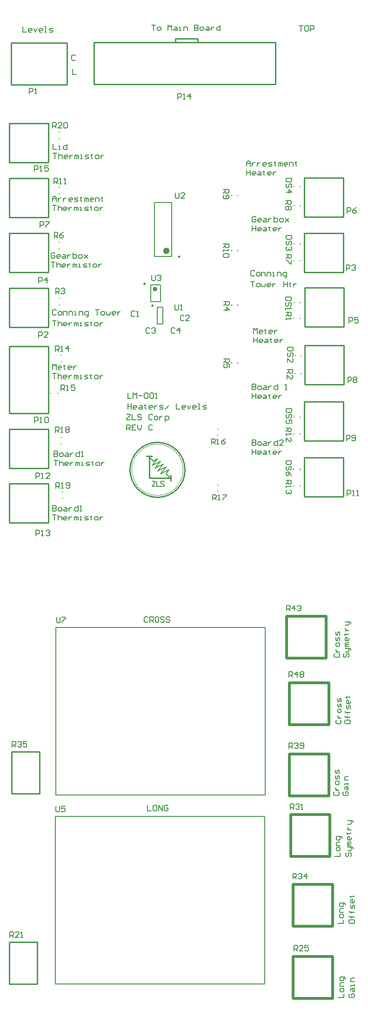
<source format=gbr>
G04 Layer_Color=65535*
%FSLAX26Y26*%
%MOIN*%
%TF.FileFunction,Legend,Top*%
%TF.Part,Single*%
G01*
G75*
%TA.AperFunction,NonConductor*%
%ADD49C,0.007874*%
%ADD50C,0.009842*%
%ADD51C,0.023622*%
%ADD70C,0.003937*%
%ADD71C,0.010000*%
%ADD72C,0.015748*%
%ADD73C,0.005000*%
%ADD74C,0.020000*%
D49*
X1273009Y5370337D02*
Y5756164D01*
X1147025Y5370337D02*
Y5756164D01*
Y5370337D02*
X1273009D01*
X1147025Y5756164D02*
X1273009D01*
X1602534Y4133056D02*
X1606472D01*
X1602534Y4089748D02*
X1606472D01*
X2147578Y4099774D02*
Y4103712D01*
X2190884Y4099774D02*
Y4103712D01*
X2147363Y5868032D02*
Y5871970D01*
X2192637Y5868032D02*
Y5871970D01*
X1602536Y3733056D02*
X1606474D01*
X1602536Y3689750D02*
X1606474D01*
X1746002Y4607646D02*
Y4611584D01*
X1702696Y4607646D02*
Y4611584D01*
X1746004Y5021032D02*
Y5024970D01*
X1702696Y5021032D02*
Y5024970D01*
X1746002Y5410798D02*
Y5414736D01*
X1702694Y5410798D02*
Y5414736D01*
X2147576Y3725760D02*
Y3729696D01*
X2190884Y3725760D02*
Y3729696D01*
X2147363Y4218032D02*
Y4221968D01*
X2192639Y4218032D02*
Y4221968D01*
X1168050Y5005364D02*
X1207420D01*
X1168050Y4887254D02*
X1207420D01*
X1168050D02*
Y5005364D01*
X1207420Y4887254D02*
Y5005364D01*
X1120806Y5047686D02*
X1191672D01*
X1120806Y5167766D02*
X1191672D01*
Y5047686D02*
Y5167766D01*
X1120806Y5047686D02*
Y5167766D01*
X2147577Y5733633D02*
Y5737571D01*
X2190883Y5733633D02*
Y5737571D01*
X2147576Y5339930D02*
Y5343868D01*
X2190884Y5339930D02*
Y5343868D01*
X2155448Y4528908D02*
Y4532844D01*
X2198756Y4528908D02*
Y4532844D01*
X2147576Y4926544D02*
Y4930480D01*
X2190884Y4926544D02*
Y4930480D01*
X2146592Y3843870D02*
Y3847808D01*
X2191868Y3843870D02*
Y3847808D01*
X2147363Y5458032D02*
Y5461968D01*
X2192639Y5458032D02*
Y5461968D01*
X2157363Y4658031D02*
Y4661969D01*
X2202637Y4658031D02*
Y4661969D01*
X2147363Y5038031D02*
Y5041967D01*
X2192639Y5038031D02*
Y5041967D01*
X1746002Y5804498D02*
Y5808436D01*
X1702694Y5804498D02*
Y5808436D01*
X443246Y2113554D02*
Y2188554D01*
Y2038554D02*
Y2113554D01*
Y1513554D02*
Y2038554D01*
Y2188554D02*
Y2713554D01*
X1943246D01*
Y1513554D02*
Y2713554D01*
X443246Y1513554D02*
X1943246D01*
X438324Y760208D02*
Y835208D01*
Y685208D02*
Y760208D01*
Y160208D02*
Y685208D01*
Y835208D02*
Y1360208D01*
X1938324D01*
Y160208D02*
Y1360208D01*
X438324Y160208D02*
X1938324D01*
X464505Y6261190D02*
X468443D01*
X464505Y6213946D02*
X468443D01*
X464505Y5820245D02*
X468441D01*
X464505Y5867489D02*
X468441D01*
X464506Y5426546D02*
X468442D01*
X464506Y5473790D02*
X468442D01*
X464506Y5023004D02*
X468442D01*
X464506Y5070248D02*
X468442D01*
X478031Y4616379D02*
X481967D01*
X478031Y4663623D02*
X481967D01*
X406379Y4388031D02*
Y4391967D01*
X453623Y4388031D02*
Y4391967D01*
X488031Y3636377D02*
X491967D01*
X488031Y3683621D02*
X491967D01*
X478031Y4026379D02*
X481967D01*
X478031Y4073623D02*
X481967D01*
X2462027Y594276D02*
X2501384D01*
Y620514D01*
Y640193D02*
Y653312D01*
X2494825Y659871D01*
X2481706D01*
X2475146Y653312D01*
Y640193D01*
X2481706Y633633D01*
X2494825D01*
X2501384Y640193D01*
Y672990D02*
X2475146D01*
Y692669D01*
X2481706Y699229D01*
X2501384D01*
X2514503Y725467D02*
Y732027D01*
X2507944Y738586D01*
X2475146D01*
Y718907D01*
X2481706Y712348D01*
X2494825D01*
X2501384Y718907D01*
Y738586D01*
X2541273Y613954D02*
Y600835D01*
X2547832Y594276D01*
X2574070D01*
X2580630Y600835D01*
Y613954D01*
X2574070Y620514D01*
X2547832D01*
X2541273Y613954D01*
X2580630Y640193D02*
X2547832D01*
X2560951D01*
Y633633D01*
Y646752D01*
Y640193D01*
X2547832D01*
X2541273Y646752D01*
X2580630Y672990D02*
X2547832D01*
X2560951D01*
Y666431D01*
Y679550D01*
Y672990D01*
X2547832D01*
X2541273Y679550D01*
X2580630Y699229D02*
Y718907D01*
X2574070Y725467D01*
X2567511Y718907D01*
Y705788D01*
X2560951Y699229D01*
X2554392Y705788D01*
Y725467D01*
X2580630Y758265D02*
Y745146D01*
X2574070Y738586D01*
X2560951D01*
X2554392Y745146D01*
Y758265D01*
X2560951Y764824D01*
X2567511D01*
Y738586D01*
X2547832Y784503D02*
X2554392D01*
Y777943D01*
Y791062D01*
Y784503D01*
X2574070D01*
X2580630Y791062D01*
X2464027Y64276D02*
X2503384D01*
Y90514D01*
Y110193D02*
Y123312D01*
X2496825Y129871D01*
X2483706D01*
X2477146Y123312D01*
Y110193D01*
X2483706Y103633D01*
X2496825D01*
X2503384Y110193D01*
Y142990D02*
X2477146D01*
Y162669D01*
X2483706Y169229D01*
X2503384D01*
X2516503Y195467D02*
Y202026D01*
X2509944Y208586D01*
X2477146D01*
Y188907D01*
X2483706Y182348D01*
X2496825D01*
X2503384Y188907D01*
Y208586D01*
X2549832Y90514D02*
X2543273Y83954D01*
Y70835D01*
X2549832Y64276D01*
X2576070D01*
X2582630Y70835D01*
Y83954D01*
X2576070Y90514D01*
X2562951D01*
Y77395D01*
X2556392Y110193D02*
Y123312D01*
X2562951Y129871D01*
X2582630D01*
Y110193D01*
X2576070Y103633D01*
X2569511Y110193D01*
Y129871D01*
X2582630Y142990D02*
Y156109D01*
Y149550D01*
X2556392D01*
Y142990D01*
X2582630Y175788D02*
X2556392D01*
Y195467D01*
X2562951Y202026D01*
X2582630D01*
X561378Y6712633D02*
Y6673276D01*
X587616D01*
X1864129Y5263168D02*
X1857570Y5269727D01*
X1844451D01*
X1837891Y5263168D01*
Y5236929D01*
X1844451Y5230370D01*
X1857570D01*
X1864129Y5236929D01*
X1883808Y5230370D02*
X1896927D01*
X1903487Y5236929D01*
Y5250048D01*
X1896927Y5256608D01*
X1883808D01*
X1877248Y5250048D01*
Y5236929D01*
X1883808Y5230370D01*
X1916606D02*
Y5256608D01*
X1936285D01*
X1942844Y5250048D01*
Y5230370D01*
X1955963D02*
Y5256608D01*
X1975642D01*
X1982201Y5250048D01*
Y5230370D01*
X1995321D02*
X2008440D01*
X2001880D01*
Y5256608D01*
X1995321D01*
X2028119Y5230370D02*
Y5256608D01*
X2047797D01*
X2054357Y5250048D01*
Y5230370D01*
X2080595Y5217251D02*
X2087155D01*
X2093714Y5223810D01*
Y5256608D01*
X2074035D01*
X2067476Y5250048D01*
Y5236929D01*
X2074035Y5230370D01*
X2093714D01*
X1837891Y5190482D02*
X1864129D01*
X1851010D01*
Y5151124D01*
X1883808D02*
X1896927D01*
X1903487Y5157684D01*
Y5170803D01*
X1896927Y5177362D01*
X1883808D01*
X1877248Y5170803D01*
Y5157684D01*
X1883808Y5151124D01*
X1916606Y5177362D02*
Y5157684D01*
X1923166Y5151124D01*
X1929725Y5157684D01*
X1936285Y5151124D01*
X1942844Y5157684D01*
Y5177362D01*
X1975642Y5151124D02*
X1962523D01*
X1955963Y5157684D01*
Y5170803D01*
X1962523Y5177362D01*
X1975642D01*
X1982201Y5170803D01*
Y5164243D01*
X1955963D01*
X1995321Y5177362D02*
Y5151124D01*
Y5164243D01*
X2001880Y5170803D01*
X2008440Y5177362D01*
X2014999D01*
X2074035Y5190482D02*
Y5151124D01*
Y5170803D01*
X2100274D01*
Y5190482D01*
Y5151124D01*
X2119952Y5183922D02*
Y5177362D01*
X2113393D01*
X2126512D01*
X2119952D01*
Y5157684D01*
X2126512Y5151124D01*
X2146191Y5177362D02*
Y5151124D01*
Y5164243D01*
X2152750Y5170803D01*
X2159310Y5177362D01*
X2165869D01*
X417891Y3586608D02*
Y3547251D01*
X437570D01*
X444129Y3553810D01*
Y3560370D01*
X437570Y3566929D01*
X417891D01*
X437570D01*
X444129Y3573489D01*
Y3580048D01*
X437570Y3586608D01*
X417891D01*
X463808Y3547251D02*
X476927D01*
X483487Y3553810D01*
Y3566929D01*
X476927Y3573489D01*
X463808D01*
X457248Y3566929D01*
Y3553810D01*
X463808Y3547251D01*
X503166Y3573489D02*
X516285D01*
X522844Y3566929D01*
Y3547251D01*
X503166D01*
X496606Y3553810D01*
X503166Y3560370D01*
X522844D01*
X535963Y3573489D02*
Y3547251D01*
Y3560370D01*
X542523Y3566929D01*
X549082Y3573489D01*
X555642D01*
X601559Y3586608D02*
Y3547251D01*
X581880D01*
X575321Y3553810D01*
Y3566929D01*
X581880Y3573489D01*
X601559D01*
X614678Y3547251D02*
X627797D01*
X621238D01*
Y3586608D01*
X614678Y3580048D01*
X417891Y3520482D02*
X444129D01*
X431010D01*
Y3481124D01*
X457248Y3520482D02*
Y3481124D01*
Y3500803D01*
X463808Y3507362D01*
X476927D01*
X483487Y3500803D01*
Y3481124D01*
X516285D02*
X503166D01*
X496606Y3487684D01*
Y3500803D01*
X503166Y3507362D01*
X516285D01*
X522844Y3500803D01*
Y3494243D01*
X496606D01*
X535963Y3507362D02*
Y3481124D01*
Y3494243D01*
X542523Y3500803D01*
X549082Y3507362D01*
X555642D01*
X575321Y3481124D02*
Y3507362D01*
X581880D01*
X588440Y3500803D01*
Y3481124D01*
Y3500803D01*
X594999Y3507362D01*
X601559Y3500803D01*
Y3481124D01*
X614678D02*
X627797D01*
X621238D01*
Y3507362D01*
X614678D01*
X647476Y3481124D02*
X667155D01*
X673714Y3487684D01*
X667155Y3494243D01*
X654035D01*
X647476Y3500803D01*
X654035Y3507362D01*
X673714D01*
X693393Y3513922D02*
Y3507362D01*
X686833D01*
X699952D01*
X693393D01*
Y3487684D01*
X699952Y3481124D01*
X726191D02*
X739310D01*
X745869Y3487684D01*
Y3500803D01*
X739310Y3507362D01*
X726191D01*
X719631Y3500803D01*
Y3487684D01*
X726191Y3481124D01*
X758989Y3507362D02*
Y3481124D01*
Y3494243D01*
X765548Y3500803D01*
X772108Y3507362D01*
X778667D01*
X1874129Y5650048D02*
X1867570Y5656608D01*
X1854451D01*
X1847891Y5650048D01*
Y5623810D01*
X1854451Y5617251D01*
X1867570D01*
X1874129Y5623810D01*
Y5636929D01*
X1861010D01*
X1906927Y5617251D02*
X1893808D01*
X1887248Y5623810D01*
Y5636929D01*
X1893808Y5643489D01*
X1906927D01*
X1913487Y5636929D01*
Y5630370D01*
X1887248D01*
X1933166Y5643489D02*
X1946285D01*
X1952844Y5636929D01*
Y5617251D01*
X1933166D01*
X1926606Y5623810D01*
X1933166Y5630370D01*
X1952844D01*
X1965963Y5643489D02*
Y5617251D01*
Y5630370D01*
X1972523Y5636929D01*
X1979082Y5643489D01*
X1985642D01*
X2005321Y5656608D02*
Y5617251D01*
X2024999D01*
X2031559Y5623810D01*
Y5630370D01*
Y5636929D01*
X2024999Y5643489D01*
X2005321D01*
X2051238Y5617251D02*
X2064357D01*
X2070916Y5623810D01*
Y5636929D01*
X2064357Y5643489D01*
X2051238D01*
X2044678Y5636929D01*
Y5623810D01*
X2051238Y5617251D01*
X2084035Y5643489D02*
X2110274Y5617251D01*
X2097155Y5630370D01*
X2110274Y5643489D01*
X2084035Y5617251D01*
X1847891Y5590482D02*
Y5551124D01*
Y5570803D01*
X1874129D01*
Y5590482D01*
Y5551124D01*
X1906927D02*
X1893808D01*
X1887248Y5557684D01*
Y5570803D01*
X1893808Y5577362D01*
X1906927D01*
X1913487Y5570803D01*
Y5564243D01*
X1887248D01*
X1933166Y5577362D02*
X1946285D01*
X1952844Y5570803D01*
Y5551124D01*
X1933166D01*
X1926606Y5557684D01*
X1933166Y5564243D01*
X1952844D01*
X1972523Y5583922D02*
Y5577362D01*
X1965963D01*
X1979082D01*
X1972523D01*
Y5557684D01*
X1979082Y5551124D01*
X2018440D02*
X2005321D01*
X1998761Y5557684D01*
Y5570803D01*
X2005321Y5577362D01*
X2018440D01*
X2024999Y5570803D01*
Y5564243D01*
X1998761D01*
X2038119Y5577362D02*
Y5551124D01*
Y5564243D01*
X2044678Y5570803D01*
X2051238Y5577362D01*
X2057797D01*
X581616Y6806073D02*
X575057Y6812633D01*
X561938D01*
X555378Y6806073D01*
Y6779835D01*
X561938Y6773276D01*
X575057D01*
X581616Y6779835D01*
X1857891Y4817251D02*
Y4856608D01*
X1871010Y4843489D01*
X1884129Y4856608D01*
Y4817251D01*
X1916927D02*
X1903808D01*
X1897248Y4823810D01*
Y4836929D01*
X1903808Y4843489D01*
X1916927D01*
X1923487Y4836929D01*
Y4830370D01*
X1897248D01*
X1943166Y4850048D02*
Y4843489D01*
X1936606D01*
X1949725D01*
X1943166D01*
Y4823810D01*
X1949725Y4817251D01*
X1989082D02*
X1975963D01*
X1969404Y4823810D01*
Y4836929D01*
X1975963Y4843489D01*
X1989082D01*
X1995642Y4836929D01*
Y4830370D01*
X1969404D01*
X2008761Y4843489D02*
Y4817251D01*
Y4830370D01*
X2015321Y4836929D01*
X2021880Y4843489D01*
X2028440D01*
X1857891Y4790482D02*
Y4751124D01*
Y4770803D01*
X1884129D01*
Y4790482D01*
Y4751124D01*
X1916927D02*
X1903808D01*
X1897248Y4757684D01*
Y4770803D01*
X1903808Y4777362D01*
X1916927D01*
X1923487Y4770803D01*
Y4764243D01*
X1897248D01*
X1943166Y4777362D02*
X1956285D01*
X1962844Y4770803D01*
Y4751124D01*
X1943166D01*
X1936606Y4757684D01*
X1943166Y4764243D01*
X1962844D01*
X1982523Y4783922D02*
Y4777362D01*
X1975963D01*
X1989082D01*
X1982523D01*
Y4757684D01*
X1989082Y4751124D01*
X2028440D02*
X2015321D01*
X2008761Y4757684D01*
Y4770803D01*
X2015321Y4777362D01*
X2028440D01*
X2034999Y4770803D01*
Y4764243D01*
X2008761D01*
X2048119Y4777362D02*
Y4751124D01*
Y4764243D01*
X2054678Y4770803D01*
X2061238Y4777362D01*
X2067797D01*
X422378Y6174760D02*
Y6135402D01*
X448616D01*
X461735D02*
X474854D01*
X468295D01*
Y6161640D01*
X461735D01*
X520771Y6174760D02*
Y6135402D01*
X501093D01*
X494533Y6141962D01*
Y6155081D01*
X501093Y6161640D01*
X520771D01*
X422378Y6108633D02*
X448616D01*
X435497D01*
Y6069276D01*
X461735Y6108633D02*
Y6069276D01*
Y6088954D01*
X468295Y6095514D01*
X481414D01*
X487974Y6088954D01*
Y6069276D01*
X520771D02*
X507652D01*
X501093Y6075835D01*
Y6088954D01*
X507652Y6095514D01*
X520771D01*
X527331Y6088954D01*
Y6082395D01*
X501093D01*
X540450Y6095514D02*
Y6069276D01*
Y6082395D01*
X547010Y6088954D01*
X553569Y6095514D01*
X560129D01*
X579808Y6069276D02*
Y6095514D01*
X586367D01*
X592927Y6088954D01*
Y6069276D01*
Y6088954D01*
X599486Y6095514D01*
X606046Y6088954D01*
Y6069276D01*
X619165D02*
X632284D01*
X625725D01*
Y6095514D01*
X619165D01*
X651963Y6069276D02*
X671641D01*
X678201Y6075835D01*
X671641Y6082395D01*
X658522D01*
X651963Y6088954D01*
X658522Y6095514D01*
X678201D01*
X697880Y6102073D02*
Y6095514D01*
X691320D01*
X704439D01*
X697880D01*
Y6075835D01*
X704439Y6069276D01*
X730678D02*
X743797D01*
X750356Y6075835D01*
Y6088954D01*
X743797Y6095514D01*
X730678D01*
X724118Y6088954D01*
Y6075835D01*
X730678Y6069276D01*
X763475Y6095514D02*
Y6069276D01*
Y6082395D01*
X770035Y6088954D01*
X776594Y6095514D01*
X783154D01*
X1847891Y4056608D02*
Y4017251D01*
X1867570D01*
X1874129Y4023810D01*
Y4030370D01*
X1867570Y4036929D01*
X1847891D01*
X1867570D01*
X1874129Y4043489D01*
Y4050048D01*
X1867570Y4056608D01*
X1847891D01*
X1893808Y4017251D02*
X1906927D01*
X1913487Y4023810D01*
Y4036929D01*
X1906927Y4043489D01*
X1893808D01*
X1887248Y4036929D01*
Y4023810D01*
X1893808Y4017251D01*
X1933166Y4043489D02*
X1946285D01*
X1952844Y4036929D01*
Y4017251D01*
X1933166D01*
X1926606Y4023810D01*
X1933166Y4030370D01*
X1952844D01*
X1965963Y4043489D02*
Y4017251D01*
Y4030370D01*
X1972523Y4036929D01*
X1979082Y4043489D01*
X1985642D01*
X2031559Y4056608D02*
Y4017251D01*
X2011880D01*
X2005321Y4023810D01*
Y4036929D01*
X2011880Y4043489D01*
X2031559D01*
X2070916Y4017251D02*
X2044678D01*
X2070916Y4043489D01*
Y4050048D01*
X2064357Y4056608D01*
X2051238D01*
X2044678Y4050048D01*
X1847891Y3990482D02*
Y3951124D01*
Y3970803D01*
X1874129D01*
Y3990482D01*
Y3951124D01*
X1906927D02*
X1893808D01*
X1887248Y3957684D01*
Y3970803D01*
X1893808Y3977362D01*
X1906927D01*
X1913487Y3970803D01*
Y3964243D01*
X1887248D01*
X1933166Y3977362D02*
X1946285D01*
X1952844Y3970803D01*
Y3951124D01*
X1933166D01*
X1926606Y3957684D01*
X1933166Y3964243D01*
X1952844D01*
X1972523Y3983922D02*
Y3977362D01*
X1965963D01*
X1979082D01*
X1972523D01*
Y3957684D01*
X1979082Y3951124D01*
X2018440D02*
X2005321D01*
X1998761Y3957684D01*
Y3970803D01*
X2005321Y3977362D01*
X2018440D01*
X2024999Y3970803D01*
Y3964243D01*
X1998761D01*
X2038119Y3977362D02*
Y3951124D01*
Y3964243D01*
X2044678Y3970803D01*
X2051238Y3977362D01*
X2057797D01*
X427891Y3976608D02*
Y3937251D01*
X447570D01*
X454129Y3943810D01*
Y3950370D01*
X447570Y3956929D01*
X427891D01*
X447570D01*
X454129Y3963489D01*
Y3970048D01*
X447570Y3976608D01*
X427891D01*
X473808Y3937251D02*
X486927D01*
X493487Y3943810D01*
Y3956929D01*
X486927Y3963489D01*
X473808D01*
X467248Y3956929D01*
Y3943810D01*
X473808Y3937251D01*
X513165Y3963489D02*
X526285D01*
X532844Y3956929D01*
Y3937251D01*
X513165D01*
X506606Y3943810D01*
X513165Y3950370D01*
X532844D01*
X545963Y3963489D02*
Y3937251D01*
Y3950370D01*
X552523Y3956929D01*
X559082Y3963489D01*
X565642D01*
X611559Y3976608D02*
Y3937251D01*
X591880D01*
X585321Y3943810D01*
Y3956929D01*
X591880Y3963489D01*
X611559D01*
X624678Y3937251D02*
X637797D01*
X631238D01*
Y3976608D01*
X624678Y3970048D01*
X427891Y3910482D02*
X454129D01*
X441010D01*
Y3871124D01*
X467248Y3910482D02*
Y3871124D01*
Y3890803D01*
X473808Y3897362D01*
X486927D01*
X493487Y3890803D01*
Y3871124D01*
X526285D02*
X513165D01*
X506606Y3877684D01*
Y3890803D01*
X513165Y3897362D01*
X526285D01*
X532844Y3890803D01*
Y3884243D01*
X506606D01*
X545963Y3897362D02*
Y3871124D01*
Y3884243D01*
X552523Y3890803D01*
X559082Y3897362D01*
X565642D01*
X585321Y3871124D02*
Y3897362D01*
X591880D01*
X598440Y3890803D01*
Y3871124D01*
Y3890803D01*
X604999Y3897362D01*
X611559Y3890803D01*
Y3871124D01*
X624678D02*
X637797D01*
X631238D01*
Y3897362D01*
X624678D01*
X657476Y3871124D02*
X677155D01*
X683714Y3877684D01*
X677155Y3884243D01*
X664035D01*
X657476Y3890803D01*
X664035Y3897362D01*
X683714D01*
X703393Y3903922D02*
Y3897362D01*
X696833D01*
X709952D01*
X703393D01*
Y3877684D01*
X709952Y3871124D01*
X736191D02*
X749310D01*
X755869Y3877684D01*
Y3890803D01*
X749310Y3897362D01*
X736191D01*
X729631Y3890803D01*
Y3877684D01*
X736191Y3871124D01*
X768989Y3897362D02*
Y3871124D01*
Y3884243D01*
X775548Y3890803D01*
X782108Y3897362D01*
X788667D01*
X1807891Y6017251D02*
Y6043489D01*
X1821010Y6056608D01*
X1834129Y6043489D01*
Y6017251D01*
Y6036929D01*
X1807891D01*
X1847248Y6043489D02*
Y6017251D01*
Y6030370D01*
X1853808Y6036929D01*
X1860368Y6043489D01*
X1866927D01*
X1886606D02*
Y6017251D01*
Y6030370D01*
X1893166Y6036929D01*
X1899725Y6043489D01*
X1906285D01*
X1945642Y6017251D02*
X1932523D01*
X1925963Y6023810D01*
Y6036929D01*
X1932523Y6043489D01*
X1945642D01*
X1952201Y6036929D01*
Y6030370D01*
X1925963D01*
X1965321Y6017251D02*
X1984999D01*
X1991559Y6023810D01*
X1984999Y6030370D01*
X1971880D01*
X1965321Y6036929D01*
X1971880Y6043489D01*
X1991559D01*
X2011238Y6050048D02*
Y6043489D01*
X2004678D01*
X2017797D01*
X2011238D01*
Y6023810D01*
X2017797Y6017251D01*
X2037476D02*
Y6043489D01*
X2044035D01*
X2050595Y6036929D01*
Y6017251D01*
Y6036929D01*
X2057155Y6043489D01*
X2063714Y6036929D01*
Y6017251D01*
X2096512D02*
X2083393D01*
X2076833Y6023810D01*
Y6036929D01*
X2083393Y6043489D01*
X2096512D01*
X2103072Y6036929D01*
Y6030370D01*
X2076833D01*
X2116191Y6017251D02*
Y6043489D01*
X2135869D01*
X2142429Y6036929D01*
Y6017251D01*
X2162108Y6050048D02*
Y6043489D01*
X2155548D01*
X2168667D01*
X2162108D01*
Y6023810D01*
X2168667Y6017251D01*
X1807891Y5990482D02*
Y5951124D01*
Y5970803D01*
X1834129D01*
Y5990482D01*
Y5951124D01*
X1866927D02*
X1853808D01*
X1847248Y5957684D01*
Y5970803D01*
X1853808Y5977362D01*
X1866927D01*
X1873487Y5970803D01*
Y5964243D01*
X1847248D01*
X1893166Y5977362D02*
X1906285D01*
X1912844Y5970803D01*
Y5951124D01*
X1893166D01*
X1886606Y5957684D01*
X1893166Y5964243D01*
X1912844D01*
X1932523Y5983922D02*
Y5977362D01*
X1925963D01*
X1939082D01*
X1932523D01*
Y5957684D01*
X1939082Y5951124D01*
X1978440D02*
X1965321D01*
X1958761Y5957684D01*
Y5970803D01*
X1965321Y5977362D01*
X1978440D01*
X1984999Y5970803D01*
Y5964243D01*
X1958761D01*
X1998119Y5977362D02*
Y5951124D01*
Y5964243D01*
X2004678Y5970803D01*
X2011238Y5977362D01*
X2017797D01*
X2442586Y2524514D02*
X2436027Y2517954D01*
Y2504835D01*
X2442586Y2498276D01*
X2468825D01*
X2475384Y2504835D01*
Y2517954D01*
X2468825Y2524514D01*
X2449146Y2537633D02*
X2475384D01*
X2462265D01*
X2455706Y2544193D01*
X2449146Y2550752D01*
Y2557312D01*
X2475384Y2583550D02*
Y2596669D01*
X2468825Y2603229D01*
X2455706D01*
X2449146Y2596669D01*
Y2583550D01*
X2455706Y2576990D01*
X2468825D01*
X2475384Y2583550D01*
Y2616348D02*
Y2636026D01*
X2468825Y2642586D01*
X2462265Y2636026D01*
Y2622907D01*
X2455706Y2616348D01*
X2449146Y2622907D01*
Y2642586D01*
X2475384Y2655705D02*
Y2675384D01*
X2468825Y2681943D01*
X2462265Y2675384D01*
Y2662265D01*
X2455706Y2655705D01*
X2449146Y2662265D01*
Y2681943D01*
X2508713Y2524514D02*
X2502153Y2517954D01*
Y2504835D01*
X2508713Y2498276D01*
X2515273D01*
X2521832Y2504835D01*
Y2517954D01*
X2528392Y2524514D01*
X2534951D01*
X2541511Y2517954D01*
Y2504835D01*
X2534951Y2498276D01*
X2515273Y2537633D02*
X2534951D01*
X2541511Y2544193D01*
Y2563871D01*
X2548070D01*
X2554630Y2557312D01*
Y2550752D01*
X2541511Y2563871D02*
X2515273D01*
X2541511Y2576990D02*
X2515273D01*
Y2583550D01*
X2521832Y2590110D01*
X2541511D01*
X2521832D01*
X2515273Y2596669D01*
X2521832Y2603229D01*
X2541511D01*
Y2636026D02*
Y2622907D01*
X2534951Y2616348D01*
X2521832D01*
X2515273Y2622907D01*
Y2636026D01*
X2521832Y2642586D01*
X2528392D01*
Y2616348D01*
X2508713Y2662265D02*
X2515273D01*
Y2655705D01*
Y2668824D01*
Y2662265D01*
X2534951D01*
X2541511Y2668824D01*
X2515273Y2688503D02*
X2541511D01*
X2528392D01*
X2521832Y2695063D01*
X2515273Y2701622D01*
Y2708182D01*
Y2727860D02*
X2534951D01*
X2541511Y2734420D01*
Y2754099D01*
X2548070D01*
X2554630Y2747539D01*
Y2740979D01*
X2541511Y2754099D02*
X2515273D01*
X2453706Y2049514D02*
X2447146Y2042954D01*
Y2029835D01*
X2453706Y2023276D01*
X2479944D01*
X2486503Y2029835D01*
Y2042954D01*
X2479944Y2049514D01*
X2460265Y2062633D02*
X2486503D01*
X2473384D01*
X2466825Y2069193D01*
X2460265Y2075752D01*
Y2082312D01*
X2486503Y2108550D02*
Y2121669D01*
X2479944Y2128229D01*
X2466825D01*
X2460265Y2121669D01*
Y2108550D01*
X2466825Y2101990D01*
X2479944D01*
X2486503Y2108550D01*
Y2141348D02*
Y2161026D01*
X2479944Y2167586D01*
X2473384Y2161026D01*
Y2147907D01*
X2466825Y2141348D01*
X2460265Y2147907D01*
Y2167586D01*
X2486503Y2180705D02*
Y2200384D01*
X2479944Y2206943D01*
X2473384Y2200384D01*
Y2187265D01*
X2466825Y2180705D01*
X2460265Y2187265D01*
Y2206943D01*
X2513273Y2042954D02*
Y2029835D01*
X2519832Y2023276D01*
X2546070D01*
X2552630Y2029835D01*
Y2042954D01*
X2546070Y2049514D01*
X2519832D01*
X2513273Y2042954D01*
X2552630Y2069193D02*
X2519832D01*
X2532951D01*
Y2062633D01*
Y2075752D01*
Y2069193D01*
X2519832D01*
X2513273Y2075752D01*
X2552630Y2101990D02*
X2519832D01*
X2532951D01*
Y2095431D01*
Y2108550D01*
Y2101990D01*
X2519832D01*
X2513273Y2108550D01*
X2552630Y2128229D02*
Y2147907D01*
X2546070Y2154467D01*
X2539511Y2147907D01*
Y2134788D01*
X2532951Y2128229D01*
X2526392Y2134788D01*
Y2154467D01*
X2552630Y2187265D02*
Y2174146D01*
X2546070Y2167586D01*
X2532951D01*
X2526392Y2174146D01*
Y2187265D01*
X2532951Y2193824D01*
X2539511D01*
Y2167586D01*
X2519832Y2213503D02*
X2526392D01*
Y2206943D01*
Y2220062D01*
Y2213503D01*
X2546070D01*
X2552630Y2220062D01*
X444129Y4983168D02*
X437570Y4989727D01*
X424451D01*
X417891Y4983168D01*
Y4956929D01*
X424451Y4950370D01*
X437570D01*
X444129Y4956929D01*
X463808Y4950370D02*
X476927D01*
X483487Y4956929D01*
Y4970048D01*
X476927Y4976608D01*
X463808D01*
X457248Y4970048D01*
Y4956929D01*
X463808Y4950370D01*
X496606D02*
Y4976608D01*
X516285D01*
X522844Y4970048D01*
Y4950370D01*
X535963D02*
Y4976608D01*
X555642D01*
X562202Y4970048D01*
Y4950370D01*
X575321D02*
X588440D01*
X581880D01*
Y4976608D01*
X575321D01*
X608119Y4950370D02*
Y4976608D01*
X627797D01*
X634357Y4970048D01*
Y4950370D01*
X660595Y4937251D02*
X667155D01*
X673714Y4943810D01*
Y4976608D01*
X654035D01*
X647476Y4970048D01*
Y4956929D01*
X654035Y4950370D01*
X673714D01*
X726191Y4989727D02*
X752429D01*
X739310D01*
Y4950370D01*
X772108D02*
X785227D01*
X791786Y4956929D01*
Y4970048D01*
X785227Y4976608D01*
X772108D01*
X765548Y4970048D01*
Y4956929D01*
X772108Y4950370D01*
X804905Y4976608D02*
Y4956929D01*
X811465Y4950370D01*
X818025Y4956929D01*
X824584Y4950370D01*
X831144Y4956929D01*
Y4976608D01*
X863942Y4950370D02*
X850822D01*
X844263Y4956929D01*
Y4970048D01*
X850822Y4976608D01*
X863942D01*
X870501Y4970048D01*
Y4963489D01*
X844263D01*
X883620Y4976608D02*
Y4950370D01*
Y4963489D01*
X890180Y4970048D01*
X896739Y4976608D01*
X903299D01*
X417891Y4910482D02*
X444129D01*
X431010D01*
Y4871124D01*
X457248Y4910482D02*
Y4871124D01*
Y4890803D01*
X463808Y4897362D01*
X476927D01*
X483487Y4890803D01*
Y4871124D01*
X516285D02*
X503166D01*
X496606Y4877684D01*
Y4890803D01*
X503166Y4897362D01*
X516285D01*
X522844Y4890803D01*
Y4884243D01*
X496606D01*
X535963Y4897362D02*
Y4871124D01*
Y4884243D01*
X542523Y4890803D01*
X549082Y4897362D01*
X555642D01*
X575321Y4871124D02*
Y4897362D01*
X581880D01*
X588440Y4890803D01*
Y4871124D01*
Y4890803D01*
X594999Y4897362D01*
X601559Y4890803D01*
Y4871124D01*
X614678D02*
X627797D01*
X621238D01*
Y4897362D01*
X614678D01*
X647476Y4871124D02*
X667155D01*
X673714Y4877684D01*
X667155Y4884243D01*
X654035D01*
X647476Y4890803D01*
X654035Y4897362D01*
X673714D01*
X693393Y4903922D02*
Y4897362D01*
X686833D01*
X699952D01*
X693393D01*
Y4877684D01*
X699952Y4871124D01*
X726191D02*
X739310D01*
X745869Y4877684D01*
Y4890803D01*
X739310Y4897362D01*
X726191D01*
X719631Y4890803D01*
Y4877684D01*
X726191Y4871124D01*
X758989Y4897362D02*
Y4871124D01*
Y4884243D01*
X765548Y4890803D01*
X772108Y4897362D01*
X778667D01*
X417874Y5764001D02*
Y5790239D01*
X430993Y5803358D01*
X444112Y5790239D01*
Y5764001D01*
Y5783679D01*
X417874D01*
X457231Y5790239D02*
Y5764001D01*
Y5777120D01*
X463791Y5783679D01*
X470351Y5790239D01*
X476910D01*
X496589D02*
Y5764001D01*
Y5777120D01*
X503148Y5783679D01*
X509708Y5790239D01*
X516268D01*
X555625Y5764001D02*
X542506D01*
X535946Y5770560D01*
Y5783679D01*
X542506Y5790239D01*
X555625D01*
X562184Y5783679D01*
Y5777120D01*
X535946D01*
X575304Y5764001D02*
X594982D01*
X601542Y5770560D01*
X594982Y5777120D01*
X581863D01*
X575304Y5783679D01*
X581863Y5790239D01*
X601542D01*
X621221Y5796798D02*
Y5790239D01*
X614661D01*
X627780D01*
X621221D01*
Y5770560D01*
X627780Y5764001D01*
X647459D02*
Y5790239D01*
X654018D01*
X660578Y5783679D01*
Y5764001D01*
Y5783679D01*
X667138Y5790239D01*
X673697Y5783679D01*
Y5764001D01*
X706495D02*
X693376D01*
X686816Y5770560D01*
Y5783679D01*
X693376Y5790239D01*
X706495D01*
X713054Y5783679D01*
Y5777120D01*
X686816D01*
X726174Y5764001D02*
Y5790239D01*
X745852D01*
X752412Y5783679D01*
Y5764001D01*
X772091Y5796798D02*
Y5790239D01*
X765531D01*
X778650D01*
X772091D01*
Y5770560D01*
X778650Y5764001D01*
X417874Y5737231D02*
X444112D01*
X430993D01*
Y5697874D01*
X457231Y5737231D02*
Y5697874D01*
Y5717553D01*
X463791Y5724112D01*
X476910D01*
X483470Y5717553D01*
Y5697874D01*
X516268D02*
X503148D01*
X496589Y5704434D01*
Y5717553D01*
X503148Y5724112D01*
X516268D01*
X522827Y5717553D01*
Y5710993D01*
X496589D01*
X535946Y5724112D02*
Y5697874D01*
Y5710993D01*
X542506Y5717553D01*
X549065Y5724112D01*
X555625D01*
X575304Y5697874D02*
Y5724112D01*
X581863D01*
X588423Y5717553D01*
Y5697874D01*
Y5717553D01*
X594982Y5724112D01*
X601542Y5717553D01*
Y5697874D01*
X614661D02*
X627780D01*
X621221D01*
Y5724112D01*
X614661D01*
X647459Y5697874D02*
X667138D01*
X673697Y5704434D01*
X667138Y5710993D01*
X654018D01*
X647459Y5717553D01*
X654018Y5724112D01*
X673697D01*
X693376Y5730672D02*
Y5724112D01*
X686816D01*
X699935D01*
X693376D01*
Y5704434D01*
X699935Y5697874D01*
X726174D02*
X739293D01*
X745852Y5704434D01*
Y5717553D01*
X739293Y5724112D01*
X726174D01*
X719614Y5717553D01*
Y5704434D01*
X726174Y5697874D01*
X758971Y5724112D02*
Y5697874D01*
Y5710993D01*
X765531Y5717553D01*
X772091Y5724112D01*
X778650D01*
X434129Y5390048D02*
X427570Y5396608D01*
X414451D01*
X407891Y5390048D01*
Y5363810D01*
X414451Y5357251D01*
X427570D01*
X434129Y5363810D01*
Y5376929D01*
X421010D01*
X466927Y5357251D02*
X453808D01*
X447248Y5363810D01*
Y5376929D01*
X453808Y5383489D01*
X466927D01*
X473487Y5376929D01*
Y5370370D01*
X447248D01*
X493166Y5383489D02*
X506285D01*
X512844Y5376929D01*
Y5357251D01*
X493166D01*
X486606Y5363810D01*
X493166Y5370370D01*
X512844D01*
X525963Y5383489D02*
Y5357251D01*
Y5370370D01*
X532523Y5376929D01*
X539082Y5383489D01*
X545642D01*
X565321Y5396608D02*
Y5357251D01*
X584999D01*
X591559Y5363810D01*
Y5370370D01*
Y5376929D01*
X584999Y5383489D01*
X565321D01*
X611238Y5357251D02*
X624357D01*
X630916Y5363810D01*
Y5376929D01*
X624357Y5383489D01*
X611238D01*
X604678Y5376929D01*
Y5363810D01*
X611238Y5357251D01*
X644035Y5383489D02*
X670274Y5357251D01*
X657155Y5370370D01*
X670274Y5383489D01*
X644035Y5357251D01*
X407891Y5330482D02*
X434129D01*
X421010D01*
Y5291124D01*
X447248Y5330482D02*
Y5291124D01*
Y5310803D01*
X453808Y5317362D01*
X466927D01*
X473487Y5310803D01*
Y5291124D01*
X506285D02*
X493166D01*
X486606Y5297684D01*
Y5310803D01*
X493166Y5317362D01*
X506285D01*
X512844Y5310803D01*
Y5304243D01*
X486606D01*
X525963Y5317362D02*
Y5291124D01*
Y5304243D01*
X532523Y5310803D01*
X539082Y5317362D01*
X545642D01*
X565321Y5291124D02*
Y5317362D01*
X571880D01*
X578440Y5310803D01*
Y5291124D01*
Y5310803D01*
X584999Y5317362D01*
X591559Y5310803D01*
Y5291124D01*
X604678D02*
X617797D01*
X611238D01*
Y5317362D01*
X604678D01*
X637476Y5291124D02*
X657155D01*
X663714Y5297684D01*
X657155Y5304243D01*
X644035D01*
X637476Y5310803D01*
X644035Y5317362D01*
X663714D01*
X683393Y5323922D02*
Y5317362D01*
X676833D01*
X689952D01*
X683393D01*
Y5297684D01*
X689952Y5291124D01*
X716191D02*
X729310D01*
X735869Y5297684D01*
Y5310803D01*
X729310Y5317362D01*
X716191D01*
X709631Y5310803D01*
Y5297684D01*
X716191Y5291124D01*
X748989Y5317362D02*
Y5291124D01*
Y5304243D01*
X755548Y5310803D01*
X762108Y5317362D01*
X768667D01*
X2437706Y1534514D02*
X2431146Y1527954D01*
Y1514835D01*
X2437706Y1508276D01*
X2463944D01*
X2470503Y1514835D01*
Y1527954D01*
X2463944Y1534514D01*
X2444265Y1547633D02*
X2470503D01*
X2457384D01*
X2450825Y1554193D01*
X2444265Y1560752D01*
Y1567312D01*
X2470503Y1593550D02*
Y1606669D01*
X2463944Y1613229D01*
X2450825D01*
X2444265Y1606669D01*
Y1593550D01*
X2450825Y1586990D01*
X2463944D01*
X2470503Y1593550D01*
Y1626348D02*
Y1646026D01*
X2463944Y1652586D01*
X2457384Y1646026D01*
Y1632907D01*
X2450825Y1626348D01*
X2444265Y1632907D01*
Y1652586D01*
X2470503Y1665705D02*
Y1685384D01*
X2463944Y1691943D01*
X2457384Y1685384D01*
Y1672265D01*
X2450825Y1665705D01*
X2444265Y1672265D01*
Y1691943D01*
X2503832Y1534514D02*
X2497273Y1527954D01*
Y1514835D01*
X2503832Y1508276D01*
X2530070D01*
X2536630Y1514835D01*
Y1527954D01*
X2530070Y1534514D01*
X2516951D01*
Y1521395D01*
X2510392Y1554193D02*
Y1567312D01*
X2516951Y1573871D01*
X2536630D01*
Y1554193D01*
X2530070Y1547633D01*
X2523511Y1554193D01*
Y1573871D01*
X2536630Y1586990D02*
Y1600110D01*
Y1593550D01*
X2510392D01*
Y1586990D01*
X2536630Y1619788D02*
X2510392D01*
Y1639467D01*
X2516951Y1646026D01*
X2536630D01*
X2185724Y7021735D02*
X2211963D01*
X2198843D01*
Y6982378D01*
X2244760Y7021735D02*
X2231641D01*
X2225082Y7015176D01*
Y6988938D01*
X2231641Y6982378D01*
X2244760D01*
X2251320Y6988938D01*
Y7015176D01*
X2244760Y7021735D01*
X2264439Y6982378D02*
Y7021735D01*
X2284118D01*
X2290677Y7015176D01*
Y7002057D01*
X2284118Y6995497D01*
X2264439D01*
X204724Y7015735D02*
Y6976378D01*
X230963D01*
X263760D02*
X250641D01*
X244082Y6982938D01*
Y6996057D01*
X250641Y7002616D01*
X263760D01*
X270320Y6996057D01*
Y6989497D01*
X244082D01*
X283439Y7002616D02*
X296558Y6976378D01*
X309677Y7002616D01*
X342475Y6976378D02*
X329356D01*
X322797Y6982938D01*
Y6996057D01*
X329356Y7002616D01*
X342475D01*
X349035Y6996057D01*
Y6989497D01*
X322797D01*
X362154Y6976378D02*
X375273D01*
X368714D01*
Y7015735D01*
X362154D01*
X394952Y6976378D02*
X414630D01*
X421190Y6982938D01*
X414630Y6989497D01*
X401511D01*
X394952Y6996057D01*
X401511Y7002616D01*
X421190D01*
X1127874Y7027231D02*
X1154112D01*
X1140993D01*
Y6987874D01*
X1173791D02*
X1186910D01*
X1193470Y6994434D01*
Y7007553D01*
X1186910Y7014112D01*
X1173791D01*
X1167231Y7007553D01*
Y6994434D01*
X1173791Y6987874D01*
X1245946D02*
Y7027231D01*
X1259065Y7014112D01*
X1272184Y7027231D01*
Y6987874D01*
X1291863Y7014112D02*
X1304982D01*
X1311542Y7007553D01*
Y6987874D01*
X1291863D01*
X1285304Y6994434D01*
X1291863Y7000993D01*
X1311542D01*
X1324661Y6987874D02*
X1337780D01*
X1331221D01*
Y7014112D01*
X1324661D01*
X1357459Y6987874D02*
Y7014112D01*
X1377138D01*
X1383697Y7007553D01*
Y6987874D01*
X1436174Y7027231D02*
Y6987874D01*
X1455852D01*
X1462412Y6994434D01*
Y7000993D01*
X1455852Y7007553D01*
X1436174D01*
X1455852D01*
X1462412Y7014112D01*
Y7020672D01*
X1455852Y7027231D01*
X1436174D01*
X1482091Y6987874D02*
X1495210D01*
X1501769Y6994434D01*
Y7007553D01*
X1495210Y7014112D01*
X1482091D01*
X1475531Y7007553D01*
Y6994434D01*
X1482091Y6987874D01*
X1521448Y7014112D02*
X1534567D01*
X1541127Y7007553D01*
Y6987874D01*
X1521448D01*
X1514888Y6994434D01*
X1521448Y7000993D01*
X1541127D01*
X1554246Y7014112D02*
Y6987874D01*
Y7000993D01*
X1560805Y7007553D01*
X1567365Y7014112D01*
X1573925D01*
X1619841Y7027231D02*
Y6987874D01*
X1600163D01*
X1593603Y6994434D01*
Y7007553D01*
X1600163Y7014112D01*
X1619841D01*
X417378Y4559402D02*
Y4598760D01*
X430497Y4585640D01*
X443616Y4598760D01*
Y4559402D01*
X476414D02*
X463295D01*
X456735Y4565962D01*
Y4579081D01*
X463295Y4585640D01*
X476414D01*
X482974Y4579081D01*
Y4572521D01*
X456735D01*
X502652Y4592200D02*
Y4585640D01*
X496093D01*
X509212D01*
X502652D01*
Y4565962D01*
X509212Y4559402D01*
X548569D02*
X535450D01*
X528890Y4565962D01*
Y4579081D01*
X535450Y4585640D01*
X548569D01*
X555129Y4579081D01*
Y4572521D01*
X528890D01*
X568248Y4585640D02*
Y4559402D01*
Y4572521D01*
X574808Y4579081D01*
X581367Y4585640D01*
X587927D01*
X417378Y4532633D02*
X443616D01*
X430497D01*
Y4493276D01*
X456735Y4532633D02*
Y4493276D01*
Y4512954D01*
X463295Y4519514D01*
X476414D01*
X482974Y4512954D01*
Y4493276D01*
X515771D02*
X502652D01*
X496093Y4499835D01*
Y4512954D01*
X502652Y4519514D01*
X515771D01*
X522331Y4512954D01*
Y4506395D01*
X496093D01*
X535450Y4519514D02*
Y4493276D01*
Y4506395D01*
X542010Y4512954D01*
X548569Y4519514D01*
X555129D01*
X574808Y4493276D02*
Y4519514D01*
X581367D01*
X587927Y4512954D01*
Y4493276D01*
Y4512954D01*
X594486Y4519514D01*
X601046Y4512954D01*
Y4493276D01*
X614165D02*
X627284D01*
X620725D01*
Y4519514D01*
X614165D01*
X646963Y4493276D02*
X666641D01*
X673201Y4499835D01*
X666641Y4506395D01*
X653522D01*
X646963Y4512954D01*
X653522Y4519514D01*
X673201D01*
X692880Y4526073D02*
Y4519514D01*
X686320D01*
X699439D01*
X692880D01*
Y4499835D01*
X699439Y4493276D01*
X725678D02*
X738797D01*
X745356Y4499835D01*
Y4512954D01*
X738797Y4519514D01*
X725678D01*
X719118Y4512954D01*
Y4499835D01*
X725678Y4493276D01*
X758475Y4519514D02*
Y4493276D01*
Y4506395D01*
X765035Y4512954D01*
X771594Y4519514D01*
X778154D01*
X2438908Y1072276D02*
X2478265D01*
Y1098514D01*
Y1118193D02*
Y1131312D01*
X2471706Y1137871D01*
X2458586D01*
X2452027Y1131312D01*
Y1118193D01*
X2458586Y1111633D01*
X2471706D01*
X2478265Y1118193D01*
Y1150990D02*
X2452027D01*
Y1170669D01*
X2458586Y1177229D01*
X2478265D01*
X2491384Y1203467D02*
Y1210026D01*
X2484825Y1216586D01*
X2452027D01*
Y1196907D01*
X2458586Y1190348D01*
X2471706D01*
X2478265Y1196907D01*
Y1216586D01*
X2524713Y1098514D02*
X2518153Y1091954D01*
Y1078835D01*
X2524713Y1072276D01*
X2531273D01*
X2537832Y1078835D01*
Y1091954D01*
X2544392Y1098514D01*
X2550951D01*
X2557511Y1091954D01*
Y1078835D01*
X2550951Y1072276D01*
X2531273Y1111633D02*
X2550951D01*
X2557511Y1118193D01*
Y1137871D01*
X2564070D01*
X2570630Y1131312D01*
Y1124752D01*
X2557511Y1137871D02*
X2531273D01*
X2557511Y1150990D02*
X2531273D01*
Y1157550D01*
X2537832Y1164110D01*
X2557511D01*
X2537832D01*
X2531273Y1170669D01*
X2537832Y1177229D01*
X2557511D01*
Y1210026D02*
Y1196907D01*
X2550951Y1190348D01*
X2537832D01*
X2531273Y1196907D01*
Y1210026D01*
X2537832Y1216586D01*
X2544392D01*
Y1190348D01*
X2524713Y1236265D02*
X2531273D01*
Y1229705D01*
Y1242824D01*
Y1236265D01*
X2550951D01*
X2557511Y1242824D01*
X2531273Y1262503D02*
X2557511D01*
X2544392D01*
X2537832Y1269063D01*
X2531273Y1275622D01*
Y1282182D01*
Y1301860D02*
X2550951D01*
X2557511Y1308420D01*
Y1328099D01*
X2564070D01*
X2570630Y1321539D01*
Y1314979D01*
X2557511Y1328099D02*
X2531273D01*
X1847891Y4456608D02*
Y4417251D01*
X1867570D01*
X1874129Y4423810D01*
Y4430370D01*
X1867570Y4436929D01*
X1847891D01*
X1867570D01*
X1874129Y4443489D01*
Y4450048D01*
X1867570Y4456608D01*
X1847891D01*
X1893808Y4417251D02*
X1906927D01*
X1913487Y4423810D01*
Y4436929D01*
X1906927Y4443489D01*
X1893808D01*
X1887248Y4436929D01*
Y4423810D01*
X1893808Y4417251D01*
X1933166Y4443489D02*
X1946285D01*
X1952844Y4436929D01*
Y4417251D01*
X1933166D01*
X1926606Y4423810D01*
X1933166Y4430370D01*
X1952844D01*
X1965963Y4443489D02*
Y4417251D01*
Y4430370D01*
X1972523Y4436929D01*
X1979082Y4443489D01*
X1985642D01*
X2031559Y4456608D02*
Y4417251D01*
X2011880D01*
X2005321Y4423810D01*
Y4436929D01*
X2011880Y4443489D01*
X2031559D01*
X2084035Y4417251D02*
X2097155D01*
X2090595D01*
Y4456608D01*
X2084035Y4450048D01*
X1847891Y4390482D02*
Y4351124D01*
Y4370803D01*
X1874129D01*
Y4390482D01*
Y4351124D01*
X1906927D02*
X1893808D01*
X1887248Y4357684D01*
Y4370803D01*
X1893808Y4377362D01*
X1906927D01*
X1913487Y4370803D01*
Y4364243D01*
X1887248D01*
X1933166Y4377362D02*
X1946285D01*
X1952844Y4370803D01*
Y4351124D01*
X1933166D01*
X1926606Y4357684D01*
X1933166Y4364243D01*
X1952844D01*
X1972523Y4383922D02*
Y4377362D01*
X1965963D01*
X1979082D01*
X1972523D01*
Y4357684D01*
X1979082Y4351124D01*
X2018440D02*
X2005321D01*
X1998761Y4357684D01*
Y4370803D01*
X2005321Y4377362D01*
X2018440D01*
X2024999Y4370803D01*
Y4364243D01*
X1998761D01*
X2038119Y4377362D02*
Y4351124D01*
Y4364243D01*
X2044678Y4370803D01*
X2051238Y4377362D01*
X2057797D01*
X442616Y3710000D02*
Y3749357D01*
X462295D01*
X468854Y3742798D01*
Y3729679D01*
X462295Y3723119D01*
X442616D01*
X455735D02*
X468854Y3710000D01*
X481973D02*
X495092D01*
X488533D01*
Y3749357D01*
X481973Y3742798D01*
X514771Y3716560D02*
X521331Y3710000D01*
X534450D01*
X541009Y3716560D01*
Y3742798D01*
X534450Y3749357D01*
X521331D01*
X514771Y3742798D01*
Y3736238D01*
X521331Y3729679D01*
X541009D01*
X440000Y4110000D02*
Y4149357D01*
X459679D01*
X466238Y4142798D01*
Y4129679D01*
X459679Y4123119D01*
X440000D01*
X453119D02*
X466238Y4110000D01*
X479357D02*
X492476D01*
X485917D01*
Y4149357D01*
X479357Y4142798D01*
X512155D02*
X518715Y4149357D01*
X531834D01*
X538393Y4142798D01*
Y4136238D01*
X531834Y4129679D01*
X538393Y4123119D01*
Y4116560D01*
X531834Y4110000D01*
X518715D01*
X512155Y4116560D01*
Y4123119D01*
X518715Y4129679D01*
X512155Y4136238D01*
Y4142798D01*
X518715Y4129679D02*
X531834D01*
X1565134Y3624787D02*
Y3664145D01*
X1584812D01*
X1591372Y3657585D01*
Y3644466D01*
X1584812Y3637907D01*
X1565134D01*
X1578253D02*
X1591372Y3624787D01*
X1604491D02*
X1617610D01*
X1611051D01*
Y3664145D01*
X1604491Y3657585D01*
X1637289Y3664145D02*
X1663527D01*
Y3657585D01*
X1637289Y3631347D01*
Y3624787D01*
X1557260Y4024787D02*
Y4064145D01*
X1576938D01*
X1583498Y4057585D01*
Y4044466D01*
X1576938Y4037907D01*
X1557260D01*
X1570379D02*
X1583498Y4024787D01*
X1596617D02*
X1609736D01*
X1603177D01*
Y4064145D01*
X1596617Y4057585D01*
X1655653Y4064145D02*
X1642534Y4057585D01*
X1629415Y4044466D01*
Y4031347D01*
X1635975Y4024787D01*
X1649094D01*
X1655653Y4031347D01*
Y4037907D01*
X1649094Y4044466D01*
X1629415D01*
X2090489Y3767097D02*
X2129847D01*
Y3747418D01*
X2123287Y3740858D01*
X2110168D01*
X2103608Y3747418D01*
Y3767097D01*
Y3753977D02*
X2090489Y3740858D01*
Y3727739D02*
Y3714620D01*
Y3721180D01*
X2129847D01*
X2123287Y3727739D01*
Y3694941D02*
X2129847Y3688382D01*
Y3675263D01*
X2123287Y3668703D01*
X2116727D01*
X2110168Y3675263D01*
Y3681822D01*
Y3675263D01*
X2103608Y3668703D01*
X2097049D01*
X2090489Y3675263D01*
Y3688382D01*
X2097049Y3694941D01*
X2090489Y4141112D02*
X2129847D01*
Y4121434D01*
X2123287Y4114874D01*
X2110168D01*
X2103608Y4121434D01*
Y4141112D01*
Y4127993D02*
X2090489Y4114874D01*
Y4101755D02*
Y4088636D01*
Y4095195D01*
X2129847D01*
X2123287Y4101755D01*
X2090489Y4042719D02*
Y4068957D01*
X2116727Y4042719D01*
X2123287D01*
X2129847Y4049278D01*
Y4062398D01*
X2123287Y4068957D01*
X2527497Y3656860D02*
Y3696218D01*
X2547176D01*
X2553735Y3689658D01*
Y3676539D01*
X2547176Y3669979D01*
X2527497D01*
X2566854Y3656860D02*
X2579973D01*
X2573414D01*
Y3696218D01*
X2566854Y3689658D01*
X2599652Y3656860D02*
X2612771D01*
X2606212D01*
Y3696218D01*
X2599652Y3689658D01*
X290000Y5980000D02*
Y6019357D01*
X309679D01*
X316238Y6012798D01*
Y5999679D01*
X309679Y5993119D01*
X290000D01*
X329357Y5980000D02*
X342476D01*
X335917D01*
Y6019357D01*
X329357Y6012798D01*
X388393Y6019357D02*
X362155D01*
Y5999679D01*
X375274Y6006238D01*
X381834D01*
X388393Y5999679D01*
Y5986560D01*
X381834Y5980000D01*
X368715D01*
X362155Y5986560D01*
X251906Y6534813D02*
Y6574170D01*
X271585D01*
X278145Y6567611D01*
Y6554492D01*
X271585Y6547932D01*
X251906D01*
X291264Y6534813D02*
X304383D01*
X297823D01*
Y6574170D01*
X291264Y6567611D01*
X2130617Y4279055D02*
X2091260D01*
Y4259376D01*
X2097820Y4252817D01*
X2124058D01*
X2130617Y4259376D01*
Y4279055D01*
X2124058Y4213459D02*
X2130617Y4220019D01*
Y4233138D01*
X2124058Y4239698D01*
X2117498D01*
X2110939Y4233138D01*
Y4220019D01*
X2104379Y4213459D01*
X2097820D01*
X2091260Y4220019D01*
Y4233138D01*
X2097820Y4239698D01*
X2130617Y4174102D02*
Y4200340D01*
X2110939D01*
X2117498Y4187221D01*
Y4180662D01*
X2110939Y4174102D01*
X2097820D01*
X2091260Y4180662D01*
Y4193781D01*
X2097820Y4200340D01*
X2130617Y5929055D02*
X2091260D01*
Y5909376D01*
X2097820Y5902817D01*
X2124058D01*
X2130617Y5909376D01*
Y5929055D01*
X2124058Y5863459D02*
X2130617Y5870019D01*
Y5883138D01*
X2124058Y5889698D01*
X2117498D01*
X2110939Y5883138D01*
Y5870019D01*
X2104379Y5863459D01*
X2097820D01*
X2091260Y5870019D01*
Y5883138D01*
X2097820Y5889698D01*
X2091260Y5830662D02*
X2130617D01*
X2110939Y5850340D01*
Y5824102D01*
X1314504Y6496063D02*
Y6535420D01*
X1334183D01*
X1340742Y6528861D01*
Y6515742D01*
X1334183Y6509182D01*
X1314504D01*
X1353861Y6496063D02*
X1366980D01*
X1360421D01*
Y6535420D01*
X1353861Y6528861D01*
X1406338Y6496063D02*
Y6535420D01*
X1386659Y6515742D01*
X1412897D01*
X2543245Y4893081D02*
Y4932438D01*
X2562924D01*
X2569483Y4925879D01*
Y4912760D01*
X2562924Y4906200D01*
X2543245D01*
X2608841Y4932438D02*
X2582602D01*
Y4912760D01*
X2595722Y4919319D01*
X2602281D01*
X2608841Y4912760D01*
Y4899640D01*
X2602281Y4893081D01*
X2589162D01*
X2582602Y4899640D01*
X2523560Y4050561D02*
Y4089919D01*
X2543239D01*
X2549798Y4083359D01*
Y4070240D01*
X2543239Y4063680D01*
X2523560D01*
X2562917Y4057121D02*
X2569477Y4050561D01*
X2582596D01*
X2589155Y4057121D01*
Y4083359D01*
X2582596Y4089919D01*
X2569477D01*
X2562917Y4083359D01*
Y4076799D01*
X2569477Y4070240D01*
X2589155D01*
X1294347Y5026690D02*
Y4993892D01*
X1300907Y4987333D01*
X1314026D01*
X1320585Y4993892D01*
Y5026690D01*
X1333705Y4987333D02*
X1346824D01*
X1340264D01*
Y5026690D01*
X1333705Y5020131D01*
X1359956Y4941390D02*
X1353396Y4947950D01*
X1340277D01*
X1333717Y4941390D01*
Y4915152D01*
X1340277Y4908593D01*
X1353396D01*
X1359956Y4915152D01*
X1399313Y4908593D02*
X1373075D01*
X1399313Y4934831D01*
Y4941390D01*
X1392754Y4947950D01*
X1379634D01*
X1373075Y4941390D01*
X1009247Y4971233D02*
X1002688Y4977793D01*
X989569D01*
X983009Y4971233D01*
Y4944995D01*
X989569Y4938435D01*
X1002688D01*
X1009247Y4944995D01*
X1022366Y4938435D02*
X1035486D01*
X1028926D01*
Y4977793D01*
X1022366Y4971233D01*
X1128504Y5235759D02*
Y5202961D01*
X1135063Y5196402D01*
X1148183D01*
X1154742Y5202961D01*
Y5235759D01*
X1167861Y5229199D02*
X1174421Y5235759D01*
X1187540D01*
X1194100Y5229199D01*
Y5222640D01*
X1187540Y5216080D01*
X1180980D01*
X1187540D01*
X1194100Y5209521D01*
Y5202961D01*
X1187540Y5196402D01*
X1174421D01*
X1167861Y5202961D01*
X1299213Y5826759D02*
Y5793961D01*
X1305772Y5787402D01*
X1318891D01*
X1325451Y5793961D01*
Y5826759D01*
X1364808Y5787402D02*
X1338570D01*
X1364808Y5813640D01*
Y5820199D01*
X1358249Y5826759D01*
X1345130D01*
X1338570Y5820199D01*
X1641670Y5849774D02*
X1681028D01*
Y5830095D01*
X1674468Y5823535D01*
X1661349D01*
X1654789Y5830095D01*
Y5849774D01*
Y5836655D02*
X1641670Y5823535D01*
X1648230Y5810416D02*
X1641670Y5803857D01*
Y5790738D01*
X1648230Y5784178D01*
X1674468D01*
X1681028Y5790738D01*
Y5803857D01*
X1674468Y5810416D01*
X1667908D01*
X1661349Y5803857D01*
Y5784178D01*
X1641670Y5460010D02*
X1681028D01*
Y5440331D01*
X1674468Y5433772D01*
X1661349D01*
X1654789Y5440331D01*
Y5460010D01*
Y5446891D02*
X1641670Y5433772D01*
Y5420653D02*
Y5407533D01*
Y5414093D01*
X1681028D01*
X1674468Y5420653D01*
Y5387855D02*
X1681028Y5381295D01*
Y5368176D01*
X1674468Y5361617D01*
X1648230D01*
X1641670Y5368176D01*
Y5381295D01*
X1648230Y5387855D01*
X1674468D01*
X2090000Y5770000D02*
X2129357D01*
Y5750321D01*
X2122798Y5743762D01*
X2109679D01*
X2103119Y5750321D01*
Y5770000D01*
Y5756881D02*
X2090000Y5743762D01*
X2122798Y5730643D02*
X2129357Y5724083D01*
Y5710964D01*
X2122798Y5704404D01*
X2116238D01*
X2109679Y5710964D01*
X2103119Y5704404D01*
X2096560D01*
X2090000Y5710964D01*
Y5724083D01*
X2096560Y5730643D01*
X2103119D01*
X2109679Y5724083D01*
X2116238Y5730643D01*
X2122798D01*
X2109679Y5724083D02*
Y5710964D01*
X2090489Y5381270D02*
X2129847D01*
Y5361591D01*
X2123287Y5355032D01*
X2110168D01*
X2103608Y5361591D01*
Y5381270D01*
Y5368151D02*
X2090489Y5355032D01*
X2129847Y5341912D02*
Y5315674D01*
X2123287D01*
X2097049Y5341912D01*
X2090489D01*
X1645607Y4637175D02*
X1684965D01*
Y4617497D01*
X1678405Y4610937D01*
X1665286D01*
X1658726Y4617497D01*
Y4637175D01*
Y4624056D02*
X1645607Y4610937D01*
X1684965Y4571580D02*
Y4597818D01*
X1665286D01*
X1671845Y4584699D01*
Y4578139D01*
X1665286Y4571580D01*
X1652167D01*
X1645607Y4578139D01*
Y4591258D01*
X1652167Y4597818D01*
X1645607Y5046624D02*
X1684965D01*
Y5026945D01*
X1678405Y5020386D01*
X1665286D01*
X1658726Y5026945D01*
Y5046624D01*
Y5033505D02*
X1645607Y5020386D01*
Y4987588D02*
X1684965D01*
X1665286Y5007267D01*
Y4981029D01*
X2100000Y4560000D02*
X2139357D01*
Y4540321D01*
X2132798Y4533762D01*
X2119679D01*
X2113119Y4540321D01*
Y4560000D01*
Y4546881D02*
X2100000Y4533762D01*
Y4494404D02*
Y4520643D01*
X2126238Y4494404D01*
X2132798D01*
X2139357Y4500964D01*
Y4514083D01*
X2132798Y4520643D01*
X2090489Y4967884D02*
X2129847D01*
Y4948205D01*
X2123287Y4941646D01*
X2110168D01*
X2103608Y4948205D01*
Y4967884D01*
Y4954765D02*
X2090489Y4941646D01*
Y4928526D02*
Y4915407D01*
Y4921967D01*
X2129847D01*
X2123287Y4928526D01*
X290000Y4180000D02*
Y4219357D01*
X309679D01*
X316238Y4212798D01*
Y4199679D01*
X309679Y4193119D01*
X290000D01*
X329357Y4180000D02*
X342476D01*
X335917D01*
Y4219357D01*
X329357Y4212798D01*
X362155D02*
X368715Y4219357D01*
X381834D01*
X388393Y4212798D01*
Y4186560D01*
X381834Y4180000D01*
X368715D01*
X362155Y4186560D01*
Y4212798D01*
X2129847Y3904892D02*
X2090489D01*
Y3885213D01*
X2097049Y3878654D01*
X2123287D01*
X2129847Y3885213D01*
Y3904892D01*
X2123287Y3839296D02*
X2129847Y3845856D01*
Y3858975D01*
X2123287Y3865534D01*
X2116727D01*
X2110168Y3858975D01*
Y3845856D01*
X2103608Y3839296D01*
X2097049D01*
X2090489Y3845856D01*
Y3858975D01*
X2097049Y3865534D01*
X2129847Y3799939D02*
X2123287Y3813058D01*
X2110168Y3826177D01*
X2097049D01*
X2090489Y3819617D01*
Y3806498D01*
X2097049Y3799939D01*
X2103608D01*
X2110168Y3806498D01*
Y3826177D01*
X2130617Y5519055D02*
X2091260D01*
Y5499376D01*
X2097820Y5492817D01*
X2124058D01*
X2130617Y5499376D01*
Y5519055D01*
X2124058Y5453459D02*
X2130617Y5460019D01*
Y5473138D01*
X2124058Y5479698D01*
X2117498D01*
X2110939Y5473138D01*
Y5460019D01*
X2104379Y5453459D01*
X2097820D01*
X2091260Y5460019D01*
Y5473138D01*
X2097820Y5479698D01*
X2124058Y5440340D02*
X2130617Y5433781D01*
Y5420662D01*
X2124058Y5414102D01*
X2117498D01*
X2110939Y5420662D01*
Y5427221D01*
Y5420662D01*
X2104379Y5414102D01*
X2097820D01*
X2091260Y5420662D01*
Y5433781D01*
X2097820Y5440340D01*
X2140617Y4719055D02*
X2101260D01*
Y4699376D01*
X2107820Y4692817D01*
X2134058D01*
X2140617Y4699376D01*
Y4719055D01*
X2134058Y4653459D02*
X2140617Y4660019D01*
Y4673138D01*
X2134058Y4679698D01*
X2127498D01*
X2120939Y4673138D01*
Y4660019D01*
X2114379Y4653459D01*
X2107820D01*
X2101260Y4660019D01*
Y4673138D01*
X2107820Y4679698D01*
X2101260Y4614102D02*
Y4640340D01*
X2127498Y4614102D01*
X2134058D01*
X2140617Y4620662D01*
Y4633781D01*
X2134058Y4640340D01*
X2129357Y5080000D02*
X2090000D01*
Y5060321D01*
X2096560Y5053762D01*
X2122798D01*
X2129357Y5060321D01*
Y5080000D01*
X2122798Y5014404D02*
X2129357Y5020964D01*
Y5034083D01*
X2122798Y5040643D01*
X2116238D01*
X2109679Y5034083D01*
Y5020964D01*
X2103119Y5014404D01*
X2096560D01*
X2090000Y5020964D01*
Y5034083D01*
X2096560Y5040643D01*
X2090000Y5001285D02*
Y4988166D01*
Y4994726D01*
X2129357D01*
X2122798Y5001285D01*
X1294404Y4852493D02*
X1287845Y4859052D01*
X1274726D01*
X1268166Y4852493D01*
Y4826255D01*
X1274726Y4819695D01*
X1287845D01*
X1294404Y4826255D01*
X1327202Y4819695D02*
Y4859052D01*
X1307524Y4839374D01*
X1333762D01*
X2523560Y5271033D02*
Y5310391D01*
X2543239D01*
X2549798Y5303831D01*
Y5290712D01*
X2543239Y5284153D01*
X2523560D01*
X2562917Y5303831D02*
X2569477Y5310391D01*
X2582596D01*
X2589155Y5303831D01*
Y5297272D01*
X2582596Y5290712D01*
X2576036D01*
X2582596D01*
X2589155Y5284153D01*
Y5277593D01*
X2582596Y5271033D01*
X2569477D01*
X2562917Y5277593D01*
X320000Y4790000D02*
Y4829357D01*
X339679D01*
X346238Y4822798D01*
Y4809679D01*
X339679Y4803119D01*
X320000D01*
X385596Y4790000D02*
X359357D01*
X385596Y4816238D01*
Y4822798D01*
X379036Y4829357D01*
X365917D01*
X359357Y4822798D01*
X320000Y5180000D02*
Y5219357D01*
X339679D01*
X346238Y5212798D01*
Y5199679D01*
X339679Y5193119D01*
X320000D01*
X379036Y5180000D02*
Y5219357D01*
X359357Y5199679D01*
X385596D01*
X430000Y5890000D02*
Y5929357D01*
X449679D01*
X456238Y5922798D01*
Y5909679D01*
X449679Y5903119D01*
X430000D01*
X443119D02*
X456238Y5890000D01*
X469357D02*
X482476D01*
X475917D01*
Y5929357D01*
X469357Y5922798D01*
X502155Y5890000D02*
X515274D01*
X508715D01*
Y5929357D01*
X502155Y5922798D01*
X480000Y4410000D02*
Y4449357D01*
X499679D01*
X506238Y4442798D01*
Y4429679D01*
X499679Y4423119D01*
X480000D01*
X493119D02*
X506238Y4410000D01*
X519357D02*
X532476D01*
X525917D01*
Y4449357D01*
X519357Y4442798D01*
X578393Y4449357D02*
X552155D01*
Y4429679D01*
X565274Y4436238D01*
X571834D01*
X578393Y4429679D01*
Y4416560D01*
X571834Y4410000D01*
X558715D01*
X552155Y4416560D01*
X440000Y4690000D02*
Y4729357D01*
X459679D01*
X466238Y4722798D01*
Y4709679D01*
X459679Y4703119D01*
X440000D01*
X453119D02*
X466238Y4690000D01*
X479357D02*
X492476D01*
X485917D01*
Y4729357D01*
X479357Y4722798D01*
X531834Y4690000D02*
Y4729357D01*
X512155Y4709679D01*
X538393D01*
X430017Y5503250D02*
Y5542608D01*
X449696D01*
X456255Y5536048D01*
Y5522929D01*
X449696Y5516369D01*
X430017D01*
X443136D02*
X456255Y5503250D01*
X495613Y5542608D02*
X482494Y5536048D01*
X469375Y5522929D01*
Y5509810D01*
X475934Y5503250D01*
X489053D01*
X495613Y5509810D01*
Y5516369D01*
X489053Y5522929D01*
X469375D01*
X440017Y5103250D02*
Y5142608D01*
X459696D01*
X466255Y5136048D01*
Y5122929D01*
X459696Y5116369D01*
X440017D01*
X453136D02*
X466255Y5103250D01*
X479375Y5136048D02*
X485934Y5142608D01*
X499053D01*
X505613Y5136048D01*
Y5129488D01*
X499053Y5122929D01*
X492494D01*
X499053D01*
X505613Y5116369D01*
Y5109810D01*
X499053Y5103250D01*
X485934D01*
X479375Y5109810D01*
X300000Y3780000D02*
Y3819357D01*
X319679D01*
X326238Y3812798D01*
Y3799679D01*
X319679Y3793119D01*
X300000D01*
X339357Y3780000D02*
X352476D01*
X345917D01*
Y3819357D01*
X339357Y3812798D01*
X398393Y3780000D02*
X372155D01*
X398393Y3806238D01*
Y3812798D01*
X391834Y3819357D01*
X378715D01*
X372155Y3812798D01*
X330000Y5580000D02*
Y5619357D01*
X349679D01*
X356238Y5612798D01*
Y5599679D01*
X349679Y5593119D01*
X330000D01*
X369357Y5619357D02*
X395596D01*
Y5612798D01*
X369357Y5586560D01*
Y5580000D01*
X300000Y3370000D02*
Y3409357D01*
X319679D01*
X326238Y3402798D01*
Y3389679D01*
X319679Y3383119D01*
X300000D01*
X339357Y3370000D02*
X352476D01*
X345917D01*
Y3409357D01*
X339357Y3402798D01*
X372155D02*
X378715Y3409357D01*
X391834D01*
X398393Y3402798D01*
Y3396238D01*
X391834Y3389679D01*
X385274D01*
X391834D01*
X398393Y3383119D01*
Y3376560D01*
X391834Y3370000D01*
X378715D01*
X372155Y3376560D01*
X2530000Y5680000D02*
Y5719357D01*
X2549679D01*
X2556238Y5712798D01*
Y5699679D01*
X2549679Y5693119D01*
X2530000D01*
X2595596Y5719357D02*
X2582477Y5712798D01*
X2569357Y5699679D01*
Y5686560D01*
X2575917Y5680000D01*
X2589036D01*
X2595596Y5686560D01*
Y5693119D01*
X2589036Y5699679D01*
X2569357D01*
X2533403Y4465915D02*
Y4505273D01*
X2553081D01*
X2559641Y4498713D01*
Y4485594D01*
X2553081Y4479034D01*
X2533403D01*
X2572760Y4498713D02*
X2579320Y4505273D01*
X2592439D01*
X2598998Y4498713D01*
Y4492154D01*
X2592439Y4485594D01*
X2598998Y4479034D01*
Y4472475D01*
X2592439Y4465915D01*
X2579320D01*
X2572760Y4472475D01*
Y4479034D01*
X2579320Y4485594D01*
X2572760Y4492154D01*
Y4498713D01*
X2579320Y4485594D02*
X2592439D01*
X420000Y6290000D02*
Y6329357D01*
X439679D01*
X446238Y6322798D01*
Y6309679D01*
X439679Y6303119D01*
X420000D01*
X433119D02*
X446238Y6290000D01*
X485596D02*
X459357D01*
X485596Y6316238D01*
Y6322798D01*
X479036Y6329357D01*
X465917D01*
X459357Y6322798D01*
X498715D02*
X505274Y6329357D01*
X518394D01*
X524953Y6322798D01*
Y6296560D01*
X518394Y6290000D01*
X505274D01*
X498715Y6296560D01*
Y6322798D01*
X1116019Y4851548D02*
X1109459Y4858108D01*
X1096340D01*
X1089781Y4851548D01*
Y4825310D01*
X1096340Y4818750D01*
X1109459D01*
X1116019Y4825310D01*
X1129138Y4851548D02*
X1135697Y4858108D01*
X1148817D01*
X1155376Y4851548D01*
Y4844988D01*
X1148817Y4838429D01*
X1142257D01*
X1148817D01*
X1155376Y4831869D01*
Y4825310D01*
X1148817Y4818750D01*
X1135697D01*
X1129138Y4825310D01*
X2094072Y2831412D02*
Y2870769D01*
X2113751D01*
X2120310Y2864209D01*
Y2851090D01*
X2113751Y2844531D01*
X2094072D01*
X2107191D02*
X2120310Y2831412D01*
X2153108D02*
Y2870769D01*
X2133429Y2851090D01*
X2159668D01*
X2172787Y2864209D02*
X2179346Y2870769D01*
X2192465D01*
X2199025Y2864209D01*
Y2857650D01*
X2192465Y2851090D01*
X2185906D01*
X2192465D01*
X2199025Y2844531D01*
Y2837971D01*
X2192465Y2831412D01*
X2179346D01*
X2172787Y2837971D01*
X2121072Y1409412D02*
Y1448769D01*
X2140751D01*
X2147310Y1442209D01*
Y1429090D01*
X2140751Y1422531D01*
X2121072D01*
X2134191D02*
X2147310Y1409412D01*
X2160429Y1442209D02*
X2166989Y1448769D01*
X2180108D01*
X2186668Y1442209D01*
Y1435650D01*
X2180108Y1429090D01*
X2173548D01*
X2180108D01*
X2186668Y1422531D01*
Y1415971D01*
X2180108Y1409412D01*
X2166989D01*
X2160429Y1415971D01*
X2199787Y1409412D02*
X2212906D01*
X2206346D01*
Y1448769D01*
X2199787Y1442209D01*
X447072Y2784769D02*
Y2751971D01*
X453632Y2745412D01*
X466751D01*
X473310Y2751971D01*
Y2784769D01*
X486429D02*
X512668D01*
Y2778209D01*
X486429Y2751971D01*
Y2745412D01*
X442072Y1431769D02*
Y1398971D01*
X448632Y1392412D01*
X461751D01*
X468310Y1398971D01*
Y1431769D01*
X507668D02*
X481429D01*
Y1412090D01*
X494548Y1418650D01*
X501108D01*
X507668Y1412090D01*
Y1398971D01*
X501108Y1392412D01*
X487989D01*
X481429Y1398971D01*
X2140072Y911412D02*
Y950769D01*
X2159751D01*
X2166310Y944209D01*
Y931090D01*
X2159751Y924531D01*
X2140072D01*
X2153191D02*
X2166310Y911412D01*
X2179429Y944209D02*
X2185989Y950769D01*
X2199108D01*
X2205668Y944209D01*
Y937650D01*
X2199108Y931090D01*
X2192548D01*
X2199108D01*
X2205668Y924531D01*
Y917971D01*
X2199108Y911412D01*
X2185989D01*
X2179429Y917971D01*
X2238465Y911412D02*
Y950769D01*
X2218787Y931090D01*
X2245025D01*
X2113072Y2355412D02*
Y2394769D01*
X2132751D01*
X2139310Y2388209D01*
Y2375090D01*
X2132751Y2368531D01*
X2113072D01*
X2126191D02*
X2139310Y2355412D01*
X2172108D02*
Y2394769D01*
X2152429Y2375090D01*
X2178668D01*
X2191787Y2388209D02*
X2198346Y2394769D01*
X2211465D01*
X2218025Y2388209D01*
Y2381650D01*
X2211465Y2375090D01*
X2218025Y2368531D01*
Y2361971D01*
X2211465Y2355412D01*
X2198346D01*
X2191787Y2361971D01*
Y2368531D01*
X2198346Y2375090D01*
X2191787Y2381650D01*
Y2388209D01*
X2198346Y2375090D02*
X2211465D01*
X112072Y492412D02*
Y531769D01*
X131751D01*
X138310Y525209D01*
Y512090D01*
X131751Y505531D01*
X112072D01*
X125191D02*
X138310Y492412D01*
X177667D02*
X151429D01*
X177667Y518650D01*
Y525209D01*
X171108Y531769D01*
X157989D01*
X151429Y525209D01*
X190787Y492412D02*
X203906D01*
X197346D01*
Y531769D01*
X190787Y525209D01*
X128072Y1857412D02*
Y1896769D01*
X147751D01*
X154310Y1890209D01*
Y1877090D01*
X147751Y1870531D01*
X128072D01*
X141191D02*
X154310Y1857412D01*
X167429Y1890209D02*
X173989Y1896769D01*
X187108D01*
X193667Y1890209D01*
Y1883650D01*
X187108Y1877090D01*
X180548D01*
X187108D01*
X193667Y1870531D01*
Y1863971D01*
X187108Y1857412D01*
X173989D01*
X167429Y1863971D01*
X233025Y1896769D02*
X206787D01*
Y1877090D01*
X219906Y1883650D01*
X226465D01*
X233025Y1877090D01*
Y1863971D01*
X226465Y1857412D01*
X213346D01*
X206787Y1863971D01*
X2147504Y396402D02*
Y435759D01*
X2167183D01*
X2173742Y429199D01*
Y416080D01*
X2167183Y409521D01*
X2147504D01*
X2160623D02*
X2173742Y396402D01*
X2213099D02*
X2186861D01*
X2213099Y422640D01*
Y429199D01*
X2206540Y435759D01*
X2193421D01*
X2186861Y429199D01*
X2252457Y435759D02*
X2226219D01*
Y416080D01*
X2239338Y422640D01*
X2245897D01*
X2252457Y416080D01*
Y402961D01*
X2245897Y396402D01*
X2232778D01*
X2226219Y402961D01*
X2113072Y1845412D02*
Y1884769D01*
X2132751D01*
X2139310Y1878209D01*
Y1865090D01*
X2132751Y1858531D01*
X2113072D01*
X2126191D02*
X2139310Y1845412D01*
X2152429Y1878209D02*
X2158989Y1884769D01*
X2172108D01*
X2178668Y1878209D01*
Y1871650D01*
X2172108Y1865090D01*
X2165548D01*
X2172108D01*
X2178668Y1858531D01*
Y1851971D01*
X2172108Y1845412D01*
X2158989D01*
X2152429Y1851971D01*
X2191787D02*
X2198346Y1845412D01*
X2211465D01*
X2218025Y1851971D01*
Y1878209D01*
X2211465Y1884769D01*
X2198346D01*
X2191787Y1878209D01*
Y1871650D01*
X2198346Y1865090D01*
X2218025D01*
X1100000Y1439357D02*
Y1400000D01*
X1126238D01*
X1159036Y1439357D02*
X1145917D01*
X1139357Y1432798D01*
Y1406560D01*
X1145917Y1400000D01*
X1159036D01*
X1165596Y1406560D01*
Y1432798D01*
X1159036Y1439357D01*
X1178715Y1400000D02*
Y1439357D01*
X1204953Y1400000D01*
Y1439357D01*
X1244310Y1432798D02*
X1237751Y1439357D01*
X1224632D01*
X1218072Y1432798D01*
Y1406560D01*
X1224632Y1400000D01*
X1237751D01*
X1244310Y1406560D01*
Y1419679D01*
X1231191D01*
X1101238Y2782798D02*
X1094679Y2789357D01*
X1081560D01*
X1075000Y2782798D01*
Y2756560D01*
X1081560Y2750000D01*
X1094679D01*
X1101238Y2756560D01*
X1114357Y2750000D02*
Y2789357D01*
X1134036D01*
X1140596Y2782798D01*
Y2769679D01*
X1134036Y2763119D01*
X1114357D01*
X1127476D02*
X1140596Y2750000D01*
X1173393Y2789357D02*
X1160274D01*
X1153715Y2782798D01*
Y2756560D01*
X1160274Y2750000D01*
X1173393D01*
X1179953Y2756560D01*
Y2782798D01*
X1173393Y2789357D01*
X1219310Y2782798D02*
X1212751Y2789357D01*
X1199632D01*
X1193072Y2782798D01*
Y2776238D01*
X1199632Y2769679D01*
X1212751D01*
X1219310Y2763119D01*
Y2756560D01*
X1212751Y2750000D01*
X1199632D01*
X1193072Y2756560D01*
X1258668Y2782798D02*
X1252108Y2789357D01*
X1238989D01*
X1232430Y2782798D01*
Y2776238D01*
X1238989Y2769679D01*
X1252108D01*
X1258668Y2763119D01*
Y2756560D01*
X1252108Y2750000D01*
X1238989D01*
X1232430Y2756560D01*
X957000Y4316357D02*
Y4277000D01*
Y4296679D01*
X983238D01*
Y4316357D01*
Y4277000D01*
X1016036D02*
X1002917D01*
X996357Y4283560D01*
Y4296679D01*
X1002917Y4303238D01*
X1016036D01*
X1022596Y4296679D01*
Y4290119D01*
X996357D01*
X1042274Y4303238D02*
X1055393D01*
X1061953Y4296679D01*
Y4277000D01*
X1042274D01*
X1035715Y4283560D01*
X1042274Y4290119D01*
X1061953D01*
X1081632Y4309798D02*
Y4303238D01*
X1075072D01*
X1088191D01*
X1081632D01*
Y4283560D01*
X1088191Y4277000D01*
X1127549D02*
X1114430D01*
X1107870Y4283560D01*
Y4296679D01*
X1114430Y4303238D01*
X1127549D01*
X1134108Y4296679D01*
Y4290119D01*
X1107870D01*
X1147227Y4303238D02*
Y4277000D01*
Y4290119D01*
X1153787Y4296679D01*
X1160347Y4303238D01*
X1166906D01*
X1186585Y4277000D02*
X1206264D01*
X1212823Y4283560D01*
X1206264Y4290119D01*
X1193144D01*
X1186585Y4296679D01*
X1193144Y4303238D01*
X1212823D01*
X1225942Y4277000D02*
X1252180Y4303238D01*
X1304657Y4316357D02*
Y4277000D01*
X1330895D01*
X1363693D02*
X1350574D01*
X1344014Y4283560D01*
Y4296679D01*
X1350574Y4303238D01*
X1363693D01*
X1370253Y4296679D01*
Y4290119D01*
X1344014D01*
X1383372Y4303238D02*
X1396491Y4277000D01*
X1409610Y4303238D01*
X1442408Y4277000D02*
X1429289D01*
X1422729Y4283560D01*
Y4296679D01*
X1429289Y4303238D01*
X1442408D01*
X1448967Y4296679D01*
Y4290119D01*
X1422729D01*
X1462087Y4277000D02*
X1475206D01*
X1468646D01*
Y4316357D01*
X1462087D01*
X1494884Y4277000D02*
X1514563D01*
X1521123Y4283560D01*
X1514563Y4290119D01*
X1501444D01*
X1494884Y4296679D01*
X1501444Y4303238D01*
X1521123D01*
X1156415Y3760592D02*
X1130174Y3721230D01*
Y3760592D02*
X1156415D01*
X1130174Y3721230D02*
X1156415D01*
X1165225Y3760592D02*
Y3721230D01*
X1187717D01*
X1218269Y3754969D02*
X1214521Y3758718D01*
X1208897Y3760592D01*
X1201400D01*
X1195777Y3758718D01*
X1192028Y3754969D01*
Y3751220D01*
X1193902Y3747472D01*
X1195777Y3745597D01*
X1199526Y3743723D01*
X1210772Y3739974D01*
X1214521Y3738100D01*
X1216395Y3736225D01*
X1218269Y3732477D01*
Y3726854D01*
X1214521Y3723105D01*
X1208897Y3721230D01*
X1201400D01*
X1195777Y3723105D01*
X1192028Y3726854D01*
X950000Y4239357D02*
X976238D01*
Y4232798D01*
X950000Y4206560D01*
Y4200000D01*
X976238D01*
X989357Y4239357D02*
Y4200000D01*
X1015596D01*
X1054953Y4232798D02*
X1048393Y4239357D01*
X1035274D01*
X1028715Y4232798D01*
Y4226238D01*
X1035274Y4219679D01*
X1048393D01*
X1054953Y4213119D01*
Y4206560D01*
X1048393Y4200000D01*
X1035274D01*
X1028715Y4206560D01*
X1133668Y4232798D02*
X1127108Y4239357D01*
X1113989D01*
X1107430Y4232798D01*
Y4206560D01*
X1113989Y4200000D01*
X1127108D01*
X1133668Y4206560D01*
X1153347Y4200000D02*
X1166466D01*
X1173025Y4206560D01*
Y4219679D01*
X1166466Y4226238D01*
X1153347D01*
X1146787Y4219679D01*
Y4206560D01*
X1153347Y4200000D01*
X1186144Y4226238D02*
Y4200000D01*
Y4213119D01*
X1192704Y4219679D01*
X1199264Y4226238D01*
X1205823D01*
X1225502Y4186881D02*
Y4226238D01*
X1245180D01*
X1251740Y4219679D01*
Y4206560D01*
X1245180Y4200000D01*
X1225502D01*
X950000Y4125000D02*
Y4164357D01*
X969679D01*
X976238Y4157798D01*
Y4144679D01*
X969679Y4138119D01*
X950000D01*
X963119D02*
X976238Y4125000D01*
X1015596Y4164357D02*
X989357D01*
Y4125000D01*
X1015596D01*
X989357Y4144679D02*
X1002476D01*
X1028715Y4164357D02*
Y4138119D01*
X1041834Y4125000D01*
X1054953Y4138119D01*
Y4164357D01*
X1133668Y4157798D02*
X1127108Y4164357D01*
X1113989D01*
X1107430Y4157798D01*
Y4131560D01*
X1113989Y4125000D01*
X1127108D01*
X1133668Y4131560D01*
X957000Y4391357D02*
Y4352000D01*
X983238D01*
X996357D02*
Y4391357D01*
X1009476Y4378238D01*
X1022596Y4391357D01*
Y4352000D01*
X1035715Y4371679D02*
X1061953D01*
X1075072Y4384798D02*
X1081632Y4391357D01*
X1094751D01*
X1101310Y4384798D01*
Y4358560D01*
X1094751Y4352000D01*
X1081632D01*
X1075072Y4358560D01*
Y4384798D01*
X1114430D02*
X1120989Y4391357D01*
X1134108D01*
X1140668Y4384798D01*
Y4358560D01*
X1134108Y4352000D01*
X1120989D01*
X1114430Y4358560D01*
Y4384798D01*
X1153787Y4352000D02*
X1166906D01*
X1160347D01*
Y4391357D01*
X1153787Y4384798D01*
D50*
X1330096Y5368368D02*
G03*
X1330096Y5368368I-4921J0D01*
G01*
X1138521Y5017175D02*
G03*
X1138521Y5017175I-4921J0D01*
G01*
X1081434Y5173671D02*
G03*
X1081434Y5173671I-4921J0D01*
G01*
D51*
X1245450Y5409707D02*
G03*
X1245450Y5409707I-11811J0D01*
G01*
D70*
X1353750Y3841230D02*
G03*
X1353750Y3841230I-183576J0D01*
G01*
D71*
X1367024D02*
G03*
X1367024Y3841230I-196850J0D01*
G01*
X1456693Y6903000D02*
Y6929134D01*
X1299213D02*
X1456693D01*
X1299213Y6902000D02*
Y6929134D01*
X714504Y6901402D02*
X2014504D01*
Y6601402D02*
Y6901402D01*
X714504Y6601402D02*
X2014504D01*
X714504D02*
Y6901402D01*
X2500018Y3650444D02*
Y3930444D01*
X2220018Y3650444D02*
X2500018D01*
X2220018D02*
Y3930444D01*
X2500018D01*
X120412Y6600168D02*
X194412D01*
X120412D02*
Y6674168D01*
X194412Y6600168D02*
X520412D01*
X120412Y6674168D02*
Y6900168D01*
X520412D01*
Y6600168D02*
Y6900168D01*
X109782Y4727568D02*
X389782D01*
X109782Y4247568D02*
Y4727568D01*
Y4247568D02*
X389782D01*
Y4727568D01*
X2505924Y4453868D02*
Y4733868D01*
X2225924Y4453868D02*
X2505924D01*
X2225924D02*
Y4733868D01*
X2505924D01*
Y4867254D02*
Y5147254D01*
X2225924Y4867254D02*
X2505924D01*
X2225924D02*
Y5147254D01*
X2505924D01*
X2500018Y4048358D02*
Y4328358D01*
X2220018Y4048358D02*
X2500018D01*
X2220018D02*
Y4328358D01*
X2500018D01*
Y5653250D02*
Y5933250D01*
X2220018Y5653250D02*
X2500018D01*
X2220018D02*
Y5933250D01*
X2500018D01*
X389782Y3461742D02*
Y3741742D01*
X109782Y3461742D02*
X389782D01*
X109782D02*
Y3741742D01*
X389782D01*
X2500018Y5255706D02*
Y5535706D01*
X2220018Y5255706D02*
X2500018D01*
X2220018D02*
Y5535706D01*
X2500018D01*
X389782Y3851506D02*
Y4131506D01*
X109782Y3851506D02*
X389782D01*
X109782D02*
Y4131506D01*
X389782D01*
Y5650062D02*
Y5930062D01*
X109782Y5650062D02*
X389782D01*
X109782D02*
Y5930062D01*
X389782D01*
Y5255706D02*
Y5535706D01*
X109782Y5255706D02*
X389782D01*
X109782D02*
Y5535706D01*
X389782D01*
Y4861348D02*
Y5141348D01*
X109782Y4861348D02*
X389782D01*
X109782D02*
Y5141348D01*
X389782D01*
X1265176Y3764230D02*
Y3804230D01*
X1110176Y3784230D02*
Y3934230D01*
Y3784230D02*
X1260176D01*
X1090176Y3939230D02*
X1130176D01*
X109504Y159402D02*
Y459402D01*
X309504D01*
Y159402D02*
Y459402D01*
X109504Y159402D02*
X309504D01*
X125504Y1524402D02*
Y1824402D01*
X325504D01*
Y1524402D02*
Y1824402D01*
X125504Y1524402D02*
X325504D01*
X389782Y6044418D02*
Y6324418D01*
X109782Y6044418D02*
X389782D01*
X109782D02*
Y6324418D01*
X389782D01*
D72*
X1160174Y5136270D02*
G03*
X1160174Y5136270I-7874J0D01*
G01*
D73*
X1140176Y3904230D02*
X1170176Y3924230D01*
X1230176Y3814230D02*
X1260176Y3784230D01*
X1230176Y3814230D02*
X1250176Y3844230D01*
X1150176Y3854230D02*
X1190176Y3904230D01*
X1170176Y3834230D02*
X1210176Y3884230D01*
X1150176Y3854230D02*
X1210176Y3884230D01*
X1170176Y3834230D02*
X1230176Y3864230D01*
X1110176Y3934230D02*
X1140176Y3904230D01*
X1190176Y3814230D02*
X1250176Y3844230D01*
X1130176Y3874230D02*
X1170176Y3924230D01*
X1130176Y3874230D02*
X1190176Y3904230D01*
Y3814230D02*
X1230176Y3864230D01*
D74*
X2096505Y2793401D02*
X2379105D01*
X2096505Y2493401D02*
Y2793401D01*
X2379105Y2764001D02*
Y2779601D01*
Y2493401D02*
Y2704001D01*
X2171505Y2493401D02*
X2379105D01*
Y2779601D02*
Y2793401D01*
Y2704001D02*
Y2764001D01*
X2096505Y2493401D02*
X2171505D01*
X2123505Y1371250D02*
X2406105D01*
X2123505Y1071250D02*
Y1371250D01*
X2406105Y1341850D02*
Y1357450D01*
Y1071250D02*
Y1281850D01*
X2198505Y1071250D02*
X2406105D01*
Y1357450D02*
Y1371250D01*
Y1281850D02*
Y1341850D01*
X2123505Y1071250D02*
X2198505D01*
X2115504Y2317401D02*
X2398104D01*
X2115504Y2017401D02*
Y2317401D01*
X2398104Y2288001D02*
Y2303601D01*
Y2017401D02*
Y2228001D01*
X2190504Y2017401D02*
X2398104D01*
Y2303601D02*
Y2317401D01*
Y2228001D02*
Y2288001D01*
X2115504Y2017401D02*
X2190504D01*
X2142504Y873390D02*
X2425104D01*
X2142504Y573390D02*
Y873390D01*
X2425104Y843990D02*
Y859590D01*
Y573390D02*
Y783990D01*
X2217504Y573390D02*
X2425104D01*
Y859590D02*
Y873390D01*
Y783990D02*
Y843990D01*
X2142504Y573390D02*
X2217504D01*
X2115504Y1807402D02*
X2398104D01*
X2115504Y1507402D02*
Y1807402D01*
X2398104Y1778002D02*
Y1793602D01*
Y1507402D02*
Y1718002D01*
X2190504Y1507402D02*
X2398104D01*
Y1793602D02*
Y1807402D01*
Y1718002D02*
Y1778002D01*
X2115504Y1507402D02*
X2190504D01*
X2142504Y357402D02*
X2425104D01*
X2142504Y57402D02*
Y357402D01*
X2425104Y328002D02*
Y343602D01*
Y57402D02*
Y268002D01*
X2217504Y57402D02*
X2425104D01*
Y343602D02*
Y357402D01*
Y268002D02*
Y328002D01*
X2142504Y57402D02*
X2217504D01*
%TF.MD5,a32e3ca8410d506d41017c009a929ec0*%
M02*

</source>
